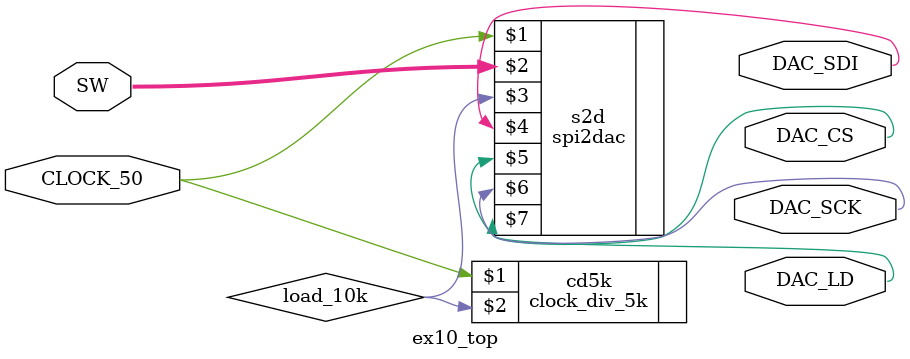
<source format=v>
module ex10_top(SW, CLOCK_50, DAC_CS, DAC_SDI, DAC_LD, DAC_SCK);
		input [9:0] SW;
		input CLOCK_50;
		output DAC_CS, DAC_SDI, DAC_LD, DAC_SCK;
		
		wire load_10k;
		wire [9:0] SW;
		wire DAC_CS, DAC_SDI, DAC_LD, DAC_SCK;
		
		clock_div_5k cd5k (CLOCK_50, load_10k);
		spi2dac s2d (CLOCK_50, SW[9:0], load_10k, DAC_SDI, DAC_CS, DAC_SCK, DAC_LD);
		
endmodule

</source>
